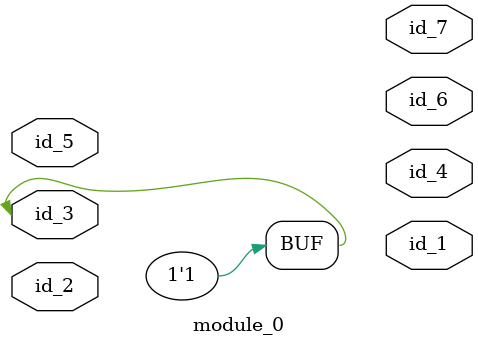
<source format=v>
`timescale 1ps / 1ps
module module_0 (
    id_1,
    id_2,
    id_3,
    id_4,
    id_5,
    id_6,
    id_7
);
  output id_7;
  output id_6;
  input id_5;
  output id_4;
  inout id_3;
  input id_2;
  output id_1;
  assign id_3 = 1;
  assign id_3 = 1'h0 ? 1'b0 : 1'b0;
endmodule

</source>
